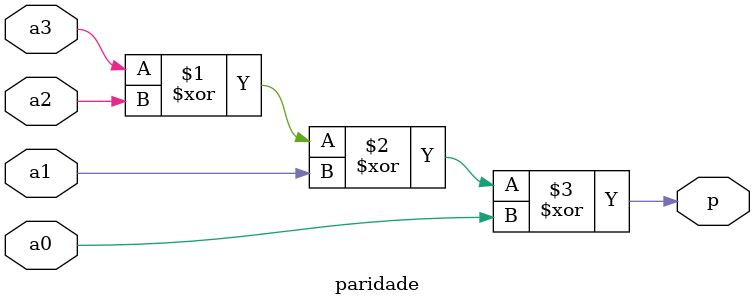
<source format=v>
module paridade(a3, a2, a1, a0, p);
	input a3, a2, a1, a0;
	output p;
	
	assign p = a3 ^ a2 ^ a1 ^ a0;
endmodule
</source>
